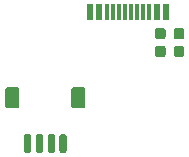
<source format=gtp>
G04 #@! TF.GenerationSoftware,KiCad,Pcbnew,(5.1.4)-1*
G04 #@! TF.CreationDate,2020-02-17T01:36:26-08:00*
G04 #@! TF.ProjectId,daughterboard,64617567-6874-4657-9262-6f6172642e6b,rev?*
G04 #@! TF.SameCoordinates,Original*
G04 #@! TF.FileFunction,Paste,Top*
G04 #@! TF.FilePolarity,Positive*
%FSLAX46Y46*%
G04 Gerber Fmt 4.6, Leading zero omitted, Abs format (unit mm)*
G04 Created by KiCad (PCBNEW (5.1.4)-1) date 2020-02-17 01:36:26*
%MOMM*%
%LPD*%
G04 APERTURE LIST*
%ADD10R,0.600000X1.450000*%
%ADD11R,0.300000X1.450000*%
%ADD12C,0.100000*%
%ADD13C,0.875000*%
%ADD14C,0.600000*%
%ADD15C,1.200000*%
G04 APERTURE END LIST*
D10*
X7775000Y-6195000D03*
X14225000Y-6195000D03*
X8550000Y-6195000D03*
X13450000Y-6195000D03*
D11*
X12750000Y-6195000D03*
X9250000Y-6195000D03*
X12250000Y-6195000D03*
X9750000Y-6195000D03*
X11750000Y-6195000D03*
X10250000Y-6195000D03*
X10750000Y-6195000D03*
X11250000Y-6195000D03*
D12*
G36*
X15560191Y-7526053D02*
G01*
X15581426Y-7529203D01*
X15602250Y-7534419D01*
X15622462Y-7541651D01*
X15641868Y-7550830D01*
X15660281Y-7561866D01*
X15677524Y-7574654D01*
X15693430Y-7589070D01*
X15707846Y-7604976D01*
X15720634Y-7622219D01*
X15731670Y-7640632D01*
X15740849Y-7660038D01*
X15748081Y-7680250D01*
X15753297Y-7701074D01*
X15756447Y-7722309D01*
X15757500Y-7743750D01*
X15757500Y-8256250D01*
X15756447Y-8277691D01*
X15753297Y-8298926D01*
X15748081Y-8319750D01*
X15740849Y-8339962D01*
X15731670Y-8359368D01*
X15720634Y-8377781D01*
X15707846Y-8395024D01*
X15693430Y-8410930D01*
X15677524Y-8425346D01*
X15660281Y-8438134D01*
X15641868Y-8449170D01*
X15622462Y-8458349D01*
X15602250Y-8465581D01*
X15581426Y-8470797D01*
X15560191Y-8473947D01*
X15538750Y-8475000D01*
X15101250Y-8475000D01*
X15079809Y-8473947D01*
X15058574Y-8470797D01*
X15037750Y-8465581D01*
X15017538Y-8458349D01*
X14998132Y-8449170D01*
X14979719Y-8438134D01*
X14962476Y-8425346D01*
X14946570Y-8410930D01*
X14932154Y-8395024D01*
X14919366Y-8377781D01*
X14908330Y-8359368D01*
X14899151Y-8339962D01*
X14891919Y-8319750D01*
X14886703Y-8298926D01*
X14883553Y-8277691D01*
X14882500Y-8256250D01*
X14882500Y-7743750D01*
X14883553Y-7722309D01*
X14886703Y-7701074D01*
X14891919Y-7680250D01*
X14899151Y-7660038D01*
X14908330Y-7640632D01*
X14919366Y-7622219D01*
X14932154Y-7604976D01*
X14946570Y-7589070D01*
X14962476Y-7574654D01*
X14979719Y-7561866D01*
X14998132Y-7550830D01*
X15017538Y-7541651D01*
X15037750Y-7534419D01*
X15058574Y-7529203D01*
X15079809Y-7526053D01*
X15101250Y-7525000D01*
X15538750Y-7525000D01*
X15560191Y-7526053D01*
X15560191Y-7526053D01*
G37*
D13*
X15320000Y-8000000D03*
D12*
G36*
X13985191Y-7526053D02*
G01*
X14006426Y-7529203D01*
X14027250Y-7534419D01*
X14047462Y-7541651D01*
X14066868Y-7550830D01*
X14085281Y-7561866D01*
X14102524Y-7574654D01*
X14118430Y-7589070D01*
X14132846Y-7604976D01*
X14145634Y-7622219D01*
X14156670Y-7640632D01*
X14165849Y-7660038D01*
X14173081Y-7680250D01*
X14178297Y-7701074D01*
X14181447Y-7722309D01*
X14182500Y-7743750D01*
X14182500Y-8256250D01*
X14181447Y-8277691D01*
X14178297Y-8298926D01*
X14173081Y-8319750D01*
X14165849Y-8339962D01*
X14156670Y-8359368D01*
X14145634Y-8377781D01*
X14132846Y-8395024D01*
X14118430Y-8410930D01*
X14102524Y-8425346D01*
X14085281Y-8438134D01*
X14066868Y-8449170D01*
X14047462Y-8458349D01*
X14027250Y-8465581D01*
X14006426Y-8470797D01*
X13985191Y-8473947D01*
X13963750Y-8475000D01*
X13526250Y-8475000D01*
X13504809Y-8473947D01*
X13483574Y-8470797D01*
X13462750Y-8465581D01*
X13442538Y-8458349D01*
X13423132Y-8449170D01*
X13404719Y-8438134D01*
X13387476Y-8425346D01*
X13371570Y-8410930D01*
X13357154Y-8395024D01*
X13344366Y-8377781D01*
X13333330Y-8359368D01*
X13324151Y-8339962D01*
X13316919Y-8319750D01*
X13311703Y-8298926D01*
X13308553Y-8277691D01*
X13307500Y-8256250D01*
X13307500Y-7743750D01*
X13308553Y-7722309D01*
X13311703Y-7701074D01*
X13316919Y-7680250D01*
X13324151Y-7660038D01*
X13333330Y-7640632D01*
X13344366Y-7622219D01*
X13357154Y-7604976D01*
X13371570Y-7589070D01*
X13387476Y-7574654D01*
X13404719Y-7561866D01*
X13423132Y-7550830D01*
X13442538Y-7541651D01*
X13462750Y-7534419D01*
X13483574Y-7529203D01*
X13504809Y-7526053D01*
X13526250Y-7525000D01*
X13963750Y-7525000D01*
X13985191Y-7526053D01*
X13985191Y-7526053D01*
G37*
D13*
X13745000Y-8000000D03*
D12*
G36*
X15560191Y-9026053D02*
G01*
X15581426Y-9029203D01*
X15602250Y-9034419D01*
X15622462Y-9041651D01*
X15641868Y-9050830D01*
X15660281Y-9061866D01*
X15677524Y-9074654D01*
X15693430Y-9089070D01*
X15707846Y-9104976D01*
X15720634Y-9122219D01*
X15731670Y-9140632D01*
X15740849Y-9160038D01*
X15748081Y-9180250D01*
X15753297Y-9201074D01*
X15756447Y-9222309D01*
X15757500Y-9243750D01*
X15757500Y-9756250D01*
X15756447Y-9777691D01*
X15753297Y-9798926D01*
X15748081Y-9819750D01*
X15740849Y-9839962D01*
X15731670Y-9859368D01*
X15720634Y-9877781D01*
X15707846Y-9895024D01*
X15693430Y-9910930D01*
X15677524Y-9925346D01*
X15660281Y-9938134D01*
X15641868Y-9949170D01*
X15622462Y-9958349D01*
X15602250Y-9965581D01*
X15581426Y-9970797D01*
X15560191Y-9973947D01*
X15538750Y-9975000D01*
X15101250Y-9975000D01*
X15079809Y-9973947D01*
X15058574Y-9970797D01*
X15037750Y-9965581D01*
X15017538Y-9958349D01*
X14998132Y-9949170D01*
X14979719Y-9938134D01*
X14962476Y-9925346D01*
X14946570Y-9910930D01*
X14932154Y-9895024D01*
X14919366Y-9877781D01*
X14908330Y-9859368D01*
X14899151Y-9839962D01*
X14891919Y-9819750D01*
X14886703Y-9798926D01*
X14883553Y-9777691D01*
X14882500Y-9756250D01*
X14882500Y-9243750D01*
X14883553Y-9222309D01*
X14886703Y-9201074D01*
X14891919Y-9180250D01*
X14899151Y-9160038D01*
X14908330Y-9140632D01*
X14919366Y-9122219D01*
X14932154Y-9104976D01*
X14946570Y-9089070D01*
X14962476Y-9074654D01*
X14979719Y-9061866D01*
X14998132Y-9050830D01*
X15017538Y-9041651D01*
X15037750Y-9034419D01*
X15058574Y-9029203D01*
X15079809Y-9026053D01*
X15101250Y-9025000D01*
X15538750Y-9025000D01*
X15560191Y-9026053D01*
X15560191Y-9026053D01*
G37*
D13*
X15320000Y-9500000D03*
D12*
G36*
X13985191Y-9026053D02*
G01*
X14006426Y-9029203D01*
X14027250Y-9034419D01*
X14047462Y-9041651D01*
X14066868Y-9050830D01*
X14085281Y-9061866D01*
X14102524Y-9074654D01*
X14118430Y-9089070D01*
X14132846Y-9104976D01*
X14145634Y-9122219D01*
X14156670Y-9140632D01*
X14165849Y-9160038D01*
X14173081Y-9180250D01*
X14178297Y-9201074D01*
X14181447Y-9222309D01*
X14182500Y-9243750D01*
X14182500Y-9756250D01*
X14181447Y-9777691D01*
X14178297Y-9798926D01*
X14173081Y-9819750D01*
X14165849Y-9839962D01*
X14156670Y-9859368D01*
X14145634Y-9877781D01*
X14132846Y-9895024D01*
X14118430Y-9910930D01*
X14102524Y-9925346D01*
X14085281Y-9938134D01*
X14066868Y-9949170D01*
X14047462Y-9958349D01*
X14027250Y-9965581D01*
X14006426Y-9970797D01*
X13985191Y-9973947D01*
X13963750Y-9975000D01*
X13526250Y-9975000D01*
X13504809Y-9973947D01*
X13483574Y-9970797D01*
X13462750Y-9965581D01*
X13442538Y-9958349D01*
X13423132Y-9949170D01*
X13404719Y-9938134D01*
X13387476Y-9925346D01*
X13371570Y-9910930D01*
X13357154Y-9895024D01*
X13344366Y-9877781D01*
X13333330Y-9859368D01*
X13324151Y-9839962D01*
X13316919Y-9819750D01*
X13311703Y-9798926D01*
X13308553Y-9777691D01*
X13307500Y-9756250D01*
X13307500Y-9243750D01*
X13308553Y-9222309D01*
X13311703Y-9201074D01*
X13316919Y-9180250D01*
X13324151Y-9160038D01*
X13333330Y-9140632D01*
X13344366Y-9122219D01*
X13357154Y-9104976D01*
X13371570Y-9089070D01*
X13387476Y-9074654D01*
X13404719Y-9061866D01*
X13423132Y-9050830D01*
X13442538Y-9041651D01*
X13462750Y-9034419D01*
X13483574Y-9029203D01*
X13504809Y-9026053D01*
X13526250Y-9025000D01*
X13963750Y-9025000D01*
X13985191Y-9026053D01*
X13985191Y-9026053D01*
G37*
D13*
X13745000Y-9500000D03*
D12*
G36*
X5664703Y-16525722D02*
G01*
X5679264Y-16527882D01*
X5693543Y-16531459D01*
X5707403Y-16536418D01*
X5720710Y-16542712D01*
X5733336Y-16550280D01*
X5745159Y-16559048D01*
X5756066Y-16568934D01*
X5765952Y-16579841D01*
X5774720Y-16591664D01*
X5782288Y-16604290D01*
X5788582Y-16617597D01*
X5793541Y-16631457D01*
X5797118Y-16645736D01*
X5799278Y-16660297D01*
X5800000Y-16675000D01*
X5800000Y-17925000D01*
X5799278Y-17939703D01*
X5797118Y-17954264D01*
X5793541Y-17968543D01*
X5788582Y-17982403D01*
X5782288Y-17995710D01*
X5774720Y-18008336D01*
X5765952Y-18020159D01*
X5756066Y-18031066D01*
X5745159Y-18040952D01*
X5733336Y-18049720D01*
X5720710Y-18057288D01*
X5707403Y-18063582D01*
X5693543Y-18068541D01*
X5679264Y-18072118D01*
X5664703Y-18074278D01*
X5650000Y-18075000D01*
X5350000Y-18075000D01*
X5335297Y-18074278D01*
X5320736Y-18072118D01*
X5306457Y-18068541D01*
X5292597Y-18063582D01*
X5279290Y-18057288D01*
X5266664Y-18049720D01*
X5254841Y-18040952D01*
X5243934Y-18031066D01*
X5234048Y-18020159D01*
X5225280Y-18008336D01*
X5217712Y-17995710D01*
X5211418Y-17982403D01*
X5206459Y-17968543D01*
X5202882Y-17954264D01*
X5200722Y-17939703D01*
X5200000Y-17925000D01*
X5200000Y-16675000D01*
X5200722Y-16660297D01*
X5202882Y-16645736D01*
X5206459Y-16631457D01*
X5211418Y-16617597D01*
X5217712Y-16604290D01*
X5225280Y-16591664D01*
X5234048Y-16579841D01*
X5243934Y-16568934D01*
X5254841Y-16559048D01*
X5266664Y-16550280D01*
X5279290Y-16542712D01*
X5292597Y-16536418D01*
X5306457Y-16531459D01*
X5320736Y-16527882D01*
X5335297Y-16525722D01*
X5350000Y-16525000D01*
X5650000Y-16525000D01*
X5664703Y-16525722D01*
X5664703Y-16525722D01*
G37*
D14*
X5500000Y-17300000D03*
D12*
G36*
X4664703Y-16525722D02*
G01*
X4679264Y-16527882D01*
X4693543Y-16531459D01*
X4707403Y-16536418D01*
X4720710Y-16542712D01*
X4733336Y-16550280D01*
X4745159Y-16559048D01*
X4756066Y-16568934D01*
X4765952Y-16579841D01*
X4774720Y-16591664D01*
X4782288Y-16604290D01*
X4788582Y-16617597D01*
X4793541Y-16631457D01*
X4797118Y-16645736D01*
X4799278Y-16660297D01*
X4800000Y-16675000D01*
X4800000Y-17925000D01*
X4799278Y-17939703D01*
X4797118Y-17954264D01*
X4793541Y-17968543D01*
X4788582Y-17982403D01*
X4782288Y-17995710D01*
X4774720Y-18008336D01*
X4765952Y-18020159D01*
X4756066Y-18031066D01*
X4745159Y-18040952D01*
X4733336Y-18049720D01*
X4720710Y-18057288D01*
X4707403Y-18063582D01*
X4693543Y-18068541D01*
X4679264Y-18072118D01*
X4664703Y-18074278D01*
X4650000Y-18075000D01*
X4350000Y-18075000D01*
X4335297Y-18074278D01*
X4320736Y-18072118D01*
X4306457Y-18068541D01*
X4292597Y-18063582D01*
X4279290Y-18057288D01*
X4266664Y-18049720D01*
X4254841Y-18040952D01*
X4243934Y-18031066D01*
X4234048Y-18020159D01*
X4225280Y-18008336D01*
X4217712Y-17995710D01*
X4211418Y-17982403D01*
X4206459Y-17968543D01*
X4202882Y-17954264D01*
X4200722Y-17939703D01*
X4200000Y-17925000D01*
X4200000Y-16675000D01*
X4200722Y-16660297D01*
X4202882Y-16645736D01*
X4206459Y-16631457D01*
X4211418Y-16617597D01*
X4217712Y-16604290D01*
X4225280Y-16591664D01*
X4234048Y-16579841D01*
X4243934Y-16568934D01*
X4254841Y-16559048D01*
X4266664Y-16550280D01*
X4279290Y-16542712D01*
X4292597Y-16536418D01*
X4306457Y-16531459D01*
X4320736Y-16527882D01*
X4335297Y-16525722D01*
X4350000Y-16525000D01*
X4650000Y-16525000D01*
X4664703Y-16525722D01*
X4664703Y-16525722D01*
G37*
D14*
X4500000Y-17300000D03*
D12*
G36*
X3664703Y-16525722D02*
G01*
X3679264Y-16527882D01*
X3693543Y-16531459D01*
X3707403Y-16536418D01*
X3720710Y-16542712D01*
X3733336Y-16550280D01*
X3745159Y-16559048D01*
X3756066Y-16568934D01*
X3765952Y-16579841D01*
X3774720Y-16591664D01*
X3782288Y-16604290D01*
X3788582Y-16617597D01*
X3793541Y-16631457D01*
X3797118Y-16645736D01*
X3799278Y-16660297D01*
X3800000Y-16675000D01*
X3800000Y-17925000D01*
X3799278Y-17939703D01*
X3797118Y-17954264D01*
X3793541Y-17968543D01*
X3788582Y-17982403D01*
X3782288Y-17995710D01*
X3774720Y-18008336D01*
X3765952Y-18020159D01*
X3756066Y-18031066D01*
X3745159Y-18040952D01*
X3733336Y-18049720D01*
X3720710Y-18057288D01*
X3707403Y-18063582D01*
X3693543Y-18068541D01*
X3679264Y-18072118D01*
X3664703Y-18074278D01*
X3650000Y-18075000D01*
X3350000Y-18075000D01*
X3335297Y-18074278D01*
X3320736Y-18072118D01*
X3306457Y-18068541D01*
X3292597Y-18063582D01*
X3279290Y-18057288D01*
X3266664Y-18049720D01*
X3254841Y-18040952D01*
X3243934Y-18031066D01*
X3234048Y-18020159D01*
X3225280Y-18008336D01*
X3217712Y-17995710D01*
X3211418Y-17982403D01*
X3206459Y-17968543D01*
X3202882Y-17954264D01*
X3200722Y-17939703D01*
X3200000Y-17925000D01*
X3200000Y-16675000D01*
X3200722Y-16660297D01*
X3202882Y-16645736D01*
X3206459Y-16631457D01*
X3211418Y-16617597D01*
X3217712Y-16604290D01*
X3225280Y-16591664D01*
X3234048Y-16579841D01*
X3243934Y-16568934D01*
X3254841Y-16559048D01*
X3266664Y-16550280D01*
X3279290Y-16542712D01*
X3292597Y-16536418D01*
X3306457Y-16531459D01*
X3320736Y-16527882D01*
X3335297Y-16525722D01*
X3350000Y-16525000D01*
X3650000Y-16525000D01*
X3664703Y-16525722D01*
X3664703Y-16525722D01*
G37*
D14*
X3500000Y-17300000D03*
D12*
G36*
X2664703Y-16525722D02*
G01*
X2679264Y-16527882D01*
X2693543Y-16531459D01*
X2707403Y-16536418D01*
X2720710Y-16542712D01*
X2733336Y-16550280D01*
X2745159Y-16559048D01*
X2756066Y-16568934D01*
X2765952Y-16579841D01*
X2774720Y-16591664D01*
X2782288Y-16604290D01*
X2788582Y-16617597D01*
X2793541Y-16631457D01*
X2797118Y-16645736D01*
X2799278Y-16660297D01*
X2800000Y-16675000D01*
X2800000Y-17925000D01*
X2799278Y-17939703D01*
X2797118Y-17954264D01*
X2793541Y-17968543D01*
X2788582Y-17982403D01*
X2782288Y-17995710D01*
X2774720Y-18008336D01*
X2765952Y-18020159D01*
X2756066Y-18031066D01*
X2745159Y-18040952D01*
X2733336Y-18049720D01*
X2720710Y-18057288D01*
X2707403Y-18063582D01*
X2693543Y-18068541D01*
X2679264Y-18072118D01*
X2664703Y-18074278D01*
X2650000Y-18075000D01*
X2350000Y-18075000D01*
X2335297Y-18074278D01*
X2320736Y-18072118D01*
X2306457Y-18068541D01*
X2292597Y-18063582D01*
X2279290Y-18057288D01*
X2266664Y-18049720D01*
X2254841Y-18040952D01*
X2243934Y-18031066D01*
X2234048Y-18020159D01*
X2225280Y-18008336D01*
X2217712Y-17995710D01*
X2211418Y-17982403D01*
X2206459Y-17968543D01*
X2202882Y-17954264D01*
X2200722Y-17939703D01*
X2200000Y-17925000D01*
X2200000Y-16675000D01*
X2200722Y-16660297D01*
X2202882Y-16645736D01*
X2206459Y-16631457D01*
X2211418Y-16617597D01*
X2217712Y-16604290D01*
X2225280Y-16591664D01*
X2234048Y-16579841D01*
X2243934Y-16568934D01*
X2254841Y-16559048D01*
X2266664Y-16550280D01*
X2279290Y-16542712D01*
X2292597Y-16536418D01*
X2306457Y-16531459D01*
X2320736Y-16527882D01*
X2335297Y-16525722D01*
X2350000Y-16525000D01*
X2650000Y-16525000D01*
X2664703Y-16525722D01*
X2664703Y-16525722D01*
G37*
D14*
X2500000Y-17300000D03*
D12*
G36*
X7174505Y-12526204D02*
G01*
X7198773Y-12529804D01*
X7222572Y-12535765D01*
X7245671Y-12544030D01*
X7267850Y-12554520D01*
X7288893Y-12567132D01*
X7308599Y-12581747D01*
X7326777Y-12598223D01*
X7343253Y-12616401D01*
X7357868Y-12636107D01*
X7370480Y-12657150D01*
X7380970Y-12679329D01*
X7389235Y-12702428D01*
X7395196Y-12726227D01*
X7398796Y-12750495D01*
X7400000Y-12774999D01*
X7400000Y-14075001D01*
X7398796Y-14099505D01*
X7395196Y-14123773D01*
X7389235Y-14147572D01*
X7380970Y-14170671D01*
X7370480Y-14192850D01*
X7357868Y-14213893D01*
X7343253Y-14233599D01*
X7326777Y-14251777D01*
X7308599Y-14268253D01*
X7288893Y-14282868D01*
X7267850Y-14295480D01*
X7245671Y-14305970D01*
X7222572Y-14314235D01*
X7198773Y-14320196D01*
X7174505Y-14323796D01*
X7150001Y-14325000D01*
X6449999Y-14325000D01*
X6425495Y-14323796D01*
X6401227Y-14320196D01*
X6377428Y-14314235D01*
X6354329Y-14305970D01*
X6332150Y-14295480D01*
X6311107Y-14282868D01*
X6291401Y-14268253D01*
X6273223Y-14251777D01*
X6256747Y-14233599D01*
X6242132Y-14213893D01*
X6229520Y-14192850D01*
X6219030Y-14170671D01*
X6210765Y-14147572D01*
X6204804Y-14123773D01*
X6201204Y-14099505D01*
X6200000Y-14075001D01*
X6200000Y-12774999D01*
X6201204Y-12750495D01*
X6204804Y-12726227D01*
X6210765Y-12702428D01*
X6219030Y-12679329D01*
X6229520Y-12657150D01*
X6242132Y-12636107D01*
X6256747Y-12616401D01*
X6273223Y-12598223D01*
X6291401Y-12581747D01*
X6311107Y-12567132D01*
X6332150Y-12554520D01*
X6354329Y-12544030D01*
X6377428Y-12535765D01*
X6401227Y-12529804D01*
X6425495Y-12526204D01*
X6449999Y-12525000D01*
X7150001Y-12525000D01*
X7174505Y-12526204D01*
X7174505Y-12526204D01*
G37*
D15*
X6800000Y-13425000D03*
D12*
G36*
X1574505Y-12526204D02*
G01*
X1598773Y-12529804D01*
X1622572Y-12535765D01*
X1645671Y-12544030D01*
X1667850Y-12554520D01*
X1688893Y-12567132D01*
X1708599Y-12581747D01*
X1726777Y-12598223D01*
X1743253Y-12616401D01*
X1757868Y-12636107D01*
X1770480Y-12657150D01*
X1780970Y-12679329D01*
X1789235Y-12702428D01*
X1795196Y-12726227D01*
X1798796Y-12750495D01*
X1800000Y-12774999D01*
X1800000Y-14075001D01*
X1798796Y-14099505D01*
X1795196Y-14123773D01*
X1789235Y-14147572D01*
X1780970Y-14170671D01*
X1770480Y-14192850D01*
X1757868Y-14213893D01*
X1743253Y-14233599D01*
X1726777Y-14251777D01*
X1708599Y-14268253D01*
X1688893Y-14282868D01*
X1667850Y-14295480D01*
X1645671Y-14305970D01*
X1622572Y-14314235D01*
X1598773Y-14320196D01*
X1574505Y-14323796D01*
X1550001Y-14325000D01*
X849999Y-14325000D01*
X825495Y-14323796D01*
X801227Y-14320196D01*
X777428Y-14314235D01*
X754329Y-14305970D01*
X732150Y-14295480D01*
X711107Y-14282868D01*
X691401Y-14268253D01*
X673223Y-14251777D01*
X656747Y-14233599D01*
X642132Y-14213893D01*
X629520Y-14192850D01*
X619030Y-14170671D01*
X610765Y-14147572D01*
X604804Y-14123773D01*
X601204Y-14099505D01*
X600000Y-14075001D01*
X600000Y-12774999D01*
X601204Y-12750495D01*
X604804Y-12726227D01*
X610765Y-12702428D01*
X619030Y-12679329D01*
X629520Y-12657150D01*
X642132Y-12636107D01*
X656747Y-12616401D01*
X673223Y-12598223D01*
X691401Y-12581747D01*
X711107Y-12567132D01*
X732150Y-12554520D01*
X754329Y-12544030D01*
X777428Y-12535765D01*
X801227Y-12529804D01*
X825495Y-12526204D01*
X849999Y-12525000D01*
X1550001Y-12525000D01*
X1574505Y-12526204D01*
X1574505Y-12526204D01*
G37*
D15*
X1200000Y-13425000D03*
M02*

</source>
